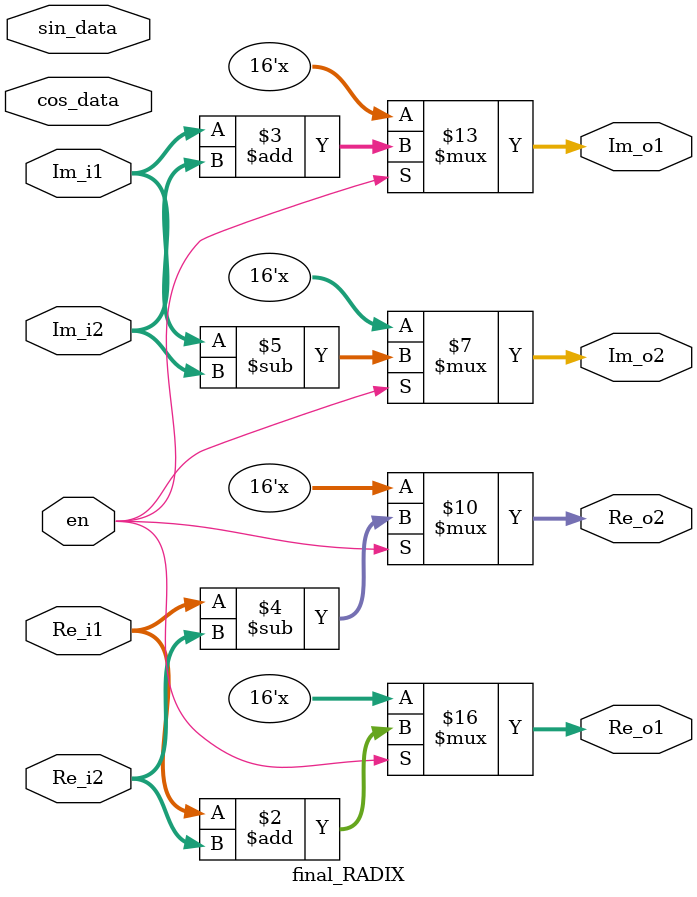
<source format=v>


module final_RADIX
	#(parameter bit_width            =  16,
                bit_width_tw_factor  =  16 )
    (
    input       signed [bit_width_tw_factor - 1:0] sin_data,
    input       signed [bit_width_tw_factor - 1:0] cos_data,

	input       signed [bit_width-1:0]  Re_i1,
	input       signed [bit_width-1:0]  Im_i1,
    input       signed [bit_width-1:0]  Re_i2,
	input       signed [bit_width-1:0]  Im_i2,
    input                               en,

	output  reg signed [bit_width-1:0]  Re_o1,
	output  reg signed [bit_width-1:0]  Im_o1,
    output  reg signed [bit_width-1:0]  Re_o2,
	output  reg signed [bit_width-1:0]  Im_o2 
   );

   always @(*) begin
     begin
        if (en) begin
            Re_o1  = Re_i1 + Re_i2 ;
            Im_o1  = Im_i1 + Im_i2 ;

            Re_o2  =  Re_i1 - Re_i2;
            Im_o2  =  Im_i1 - Im_i2;  
        end 
    end
   end  
endmodule
</source>
